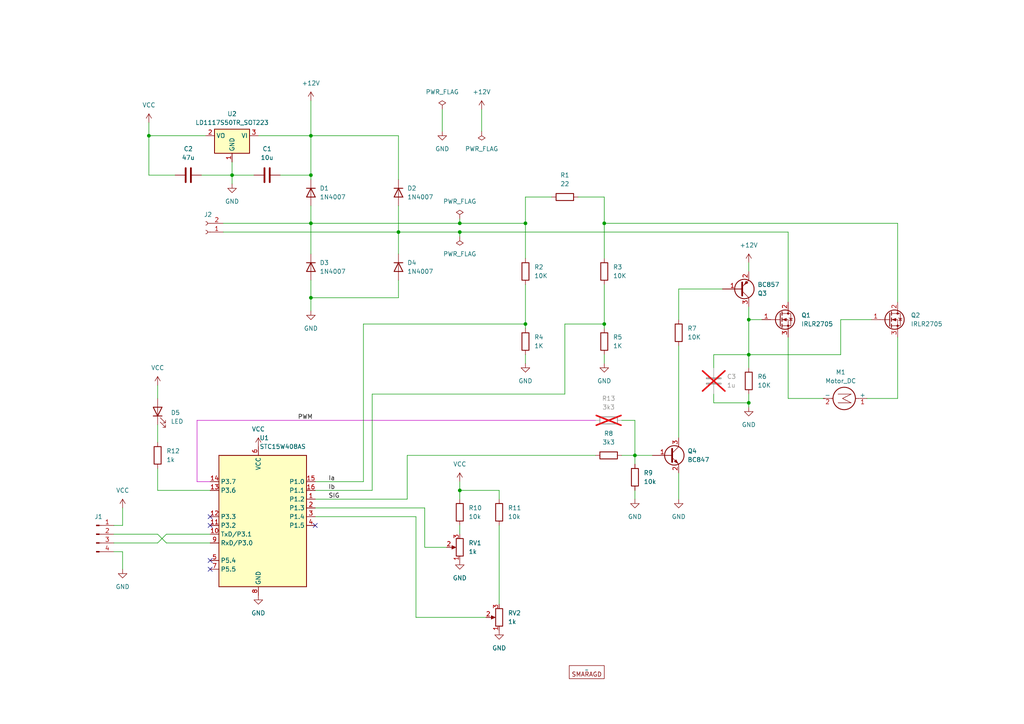
<source format=kicad_sch>
(kicad_sch (version 20230121) (generator eeschema)
  (paper "A4")
  (title_block (title "Flap current limiter") (date "2025-07-05") (rev "rev.1") (comment 1 "Bidirectional digital current limiter") (comment 5 "25487") (comment 6 "biFlap") (comment 7 "SERIES"))
  (lib_symbols
    (symbol "Connector:Conn_01x02_Socket" (pin_names (offset 1.016) hide)
      (property "Reference" "J" (at 0 2.54 0))
      (property "Value" "Conn_01x02_Socket" (at 0 -5.08 0))
      (symbol "Conn_01x02_Socket_1_1"
        (arc (start 0 -2.032) (mid -0.5058 -2.54) (end 0 -3.048) (stroke (width 0.1524)))
        (polyline (pts (xy -1.27 -2.54) (xy -0.508 -2.54)) (stroke (width 0.1524)))
        (polyline (pts (xy -1.27 0) (xy -0.508 0)) (stroke (width 0.1524)))
        (arc (start 0 0.508) (mid -0.5058 0) (end 0 -0.508) (stroke (width 0.1524)))
        (pin passive line (at -5.08 0 0) (length 3.81) (name "Pin_1") (number "1"))
        (pin passive line (at -5.08 -2.54 0) (length 3.81) (name "Pin_2") (number "2"))
      )
    )
    (symbol "Connector:Conn_01x04_Pin" (pin_names (offset 1.016) hide)
      (property "Reference" "J" (at 0 5.08 0))
      (property "Value" "Conn_01x04_Pin" (at 0 -7.62 0))
      (symbol "Conn_01x04_Pin_1_1"
        (polyline (pts (xy 1.27 -5.08) (xy 0.8636 -5.08)) (stroke (width 0.1524)))
        (polyline (pts (xy 1.27 -2.54) (xy 0.8636 -2.54)) (stroke (width 0.1524)))
        (polyline (pts (xy 1.27 0) (xy 0.8636 0)) (stroke (width 0.1524)))
        (polyline (pts (xy 1.27 2.54) (xy 0.8636 2.54)) (stroke (width 0.1524)))
        (rectangle (start 0.8636 -4.953) (end 0 -5.207) (stroke (width 0.1524)) (fill (type outline)))
        (rectangle (start 0.8636 -2.413) (end 0 -2.667) (stroke (width 0.1524)) (fill (type outline)))
        (rectangle (start 0.8636 0.127) (end 0 -0.127) (stroke (width 0.1524)) (fill (type outline)))
        (rectangle (start 0.8636 2.667) (end 0 2.413) (stroke (width 0.1524)) (fill (type outline)))
        (pin passive line (at 5.08 2.54 180) (length 3.81) (name "Pin_1") (number "1"))
        (pin passive line (at 5.08 0 180) (length 3.81) (name "Pin_2") (number "2"))
        (pin passive line (at 5.08 -2.54 180) (length 3.81) (name "Pin_3") (number "3"))
        (pin passive line (at 5.08 -5.08 180) (length 3.81) (name "Pin_4") (number "4"))
      )
    )
    (symbol "Device:C" (pin_numbers hide) (pin_names (offset 0.254))
      (property "Reference" "C" (at 0.635 2.54 0))
      (property "Value" "C" (at 0.635 -2.54 0))
      (symbol "C_0_1"
        (polyline (pts (xy -2.032 -0.762) (xy 2.032 -0.762)) (stroke (width 0.508)))
        (polyline (pts (xy -2.032 0.762) (xy 2.032 0.762)) (stroke (width 0.508)))
      )
      (symbol "C_1_1"
        (pin passive line (at 0 3.81 270) (length 2.794) (name "~") (number "1"))
        (pin passive line (at 0 -3.81 90) (length 2.794) (name "~") (number "2"))
      )
    )
    (symbol "Device:D" (pin_numbers hide) (pin_names (offset 1.016) hide)
      (property "Reference" "D" (at 0 2.54 0))
      (property "Value" "D" (at 0 -2.54 0))
      (symbol "D_0_1"
        (polyline (pts (xy -1.27 1.27) (xy -1.27 -1.27)) (stroke (width 0.254)))
        (polyline (pts (xy 1.27 0) (xy -1.27 0)))
        (polyline (pts (xy 1.27 1.27) (xy 1.27 -1.27) (xy -1.27 0) (xy 1.27 1.27)) (stroke (width 0.254)))
      )
      (symbol "D_1_1"
        (pin passive line (at -3.81 0 0) (length 2.54) (name "K") (number "1"))
        (pin passive line (at 3.81 0 180) (length 2.54) (name "A") (number "2"))
      )
    )
    (symbol "Device:LED" (pin_numbers hide) (pin_names (offset 1.016) hide)
      (property "Reference" "D" (at 0 2.54 0))
      (property "Value" "LED" (at 0 -2.54 0))
      (symbol "LED_0_1"
        (polyline (pts (xy -1.27 -1.27) (xy -1.27 1.27)) (stroke (width 0.254)))
        (polyline (pts (xy -1.27 0) (xy 1.27 0)))
        (polyline (pts (xy 1.27 -1.27) (xy 1.27 1.27) (xy -1.27 0) (xy 1.27 -1.27)) (stroke (width 0.254)))
        (polyline (pts (xy -3.048 -0.762) (xy -4.572 -2.286) (xy -3.81 -2.286) (xy -4.572 -2.286) (xy -4.572 -1.524)))
        (polyline (pts (xy -1.778 -0.762) (xy -3.302 -2.286) (xy -2.54 -2.286) (xy -3.302 -2.286) (xy -3.302 -1.524)))
      )
      (symbol "LED_1_1"
        (pin passive line (at -3.81 0 0) (length 2.54) (name "K") (number "1"))
        (pin passive line (at 3.81 0 180) (length 2.54) (name "A") (number "2"))
      )
    )
    (symbol "Device:Q_NMOS_GDS" (pin_names (offset 0) hide)
      (property "Reference" "Q" (at 5.08 1.27 0))
      (property "Value" "Q_NMOS_GDS" (at 5.08 -1.27 0))
      (symbol "Q_NMOS_GDS_0_1"
        (polyline (pts (xy 0.254 0) (xy -2.54 0)))
        (polyline (pts (xy 0.254 1.905) (xy 0.254 -1.905)) (stroke (width 0.254)))
        (polyline (pts (xy 0.762 -1.27) (xy 0.762 -2.286)) (stroke (width 0.254)))
        (polyline (pts (xy 0.762 0.508) (xy 0.762 -0.508)) (stroke (width 0.254)))
        (polyline (pts (xy 0.762 2.286) (xy 0.762 1.27)) (stroke (width 0.254)))
        (polyline (pts (xy 2.54 2.54) (xy 2.54 1.778)))
        (polyline (pts (xy 2.54 -2.54) (xy 2.54 0) (xy 0.762 0)))
        (polyline (pts (xy 0.762 -1.778) (xy 3.302 -1.778) (xy 3.302 1.778) (xy 0.762 1.778)))
        (polyline (pts (xy 1.016 0) (xy 2.032 0.381) (xy 2.032 -0.381) (xy 1.016 0)) (fill (type outline)))
        (polyline (pts (xy 2.794 0.508) (xy 2.921 0.381) (xy 3.683 0.381) (xy 3.81 0.254)))
        (polyline (pts (xy 3.302 0.381) (xy 2.921 -0.254) (xy 3.683 -0.254) (xy 3.302 0.381)))
        (circle (center 1.651 0) (radius 2.794) (stroke (width 0.254)))
        (circle (center 2.54 -1.778) (radius 0.254) (fill (type outline)))
        (circle (center 2.54 1.778) (radius 0.254) (fill (type outline)))
      )
      (symbol "Q_NMOS_GDS_1_1"
        (pin input line (at -5.08 0 0) (length 2.54) (name "G") (number "1"))
        (pin passive line (at 2.54 5.08 270) (length 2.54) (name "D") (number "2"))
        (pin passive line (at 2.54 -5.08 90) (length 2.54) (name "S") (number "3"))
      )
    )
    (symbol "Device:Q_NPN_BEC" (pin_names (offset 0) hide)
      (property "Reference" "Q" (at 5.08 1.27 0))
      (property "Value" "Q_NPN_BEC" (at 5.08 -1.27 0))
      (symbol "Q_NPN_BEC_0_1"
        (polyline (pts (xy 0.635 0.635) (xy 2.54 2.54)))
        (polyline (pts (xy 0.635 -0.635) (xy 2.54 -2.54) (xy 2.54 -2.54)))
        (polyline (pts (xy 0.635 1.905) (xy 0.635 -1.905) (xy 0.635 -1.905)) (stroke (width 0.508)))
        (polyline (pts (xy 1.27 -1.778) (xy 1.778 -1.27) (xy 2.286 -2.286) (xy 1.27 -1.778) (xy 1.27 -1.778)) (fill (type outline)))
        (circle (center 1.27 0) (radius 2.8194) (stroke (width 0.254)))
      )
      (symbol "Q_NPN_BEC_1_1"
        (pin input line (at -5.08 0 0) (length 5.715) (name "B") (number "1"))
        (pin passive line (at 2.54 -5.08 90) (length 2.54) (name "E") (number "2"))
        (pin passive line (at 2.54 5.08 270) (length 2.54) (name "C") (number "3"))
      )
    )
    (symbol "Device:Q_PNP_BEC" (pin_names (offset 0) hide)
      (property "Reference" "Q" (at 5.08 1.27 0))
      (property "Value" "Q_PNP_BEC" (at 5.08 -1.27 0))
      (symbol "Q_PNP_BEC_0_1"
        (polyline (pts (xy 0.635 0.635) (xy 2.54 2.54)))
        (polyline (pts (xy 0.635 -0.635) (xy 2.54 -2.54) (xy 2.54 -2.54)))
        (polyline (pts (xy 0.635 1.905) (xy 0.635 -1.905) (xy 0.635 -1.905)) (stroke (width 0.508)))
        (polyline (pts (xy 2.286 -1.778) (xy 1.778 -2.286) (xy 1.27 -1.27) (xy 2.286 -1.778) (xy 2.286 -1.778)) (fill (type outline)))
        (circle (center 1.27 0) (radius 2.8194) (stroke (width 0.254)))
      )
      (symbol "Q_PNP_BEC_1_1"
        (pin input line (at -5.08 0 0) (length 5.715) (name "B") (number "1"))
        (pin passive line (at 2.54 -5.08 90) (length 2.54) (name "E") (number "2"))
        (pin passive line (at 2.54 5.08 270) (length 2.54) (name "C") (number "3"))
      )
    )
    (symbol "Device:R" (pin_numbers hide) (pin_names (offset 0))
      (property "Reference" "R" (at 2.032 0 90))
      (property "Value" "R" (at 0 0 90))
      (symbol "R_0_1"
        (rectangle (start -1.016 -2.54) (end 1.016 2.54) (stroke (width 0.254)))
      )
      (symbol "R_1_1"
        (pin passive line (at 0 3.81 270) (length 1.27) (name "~") (number "1"))
        (pin passive line (at 0 -3.81 90) (length 1.27) (name "~") (number "2"))
      )
    )
    (symbol "Device:R_Potentiometer" (pin_names (offset 1.016) hide)
      (property "Reference" "RV" (at -4.445 0 90))
      (property "Value" "R_Potentiometer" (at -2.54 0 90))
      (symbol "R_Potentiometer_0_1"
        (polyline (pts (xy 2.54 0) (xy 1.524 0)))
        (polyline (pts (xy 1.143 0) (xy 2.286 0.508) (xy 2.286 -0.508) (xy 1.143 0)) (fill (type outline)))
        (rectangle (start 1.016 2.54) (end -1.016 -2.54) (stroke (width 0.254)))
      )
      (symbol "R_Potentiometer_1_1"
        (pin passive line (at 0 3.81 270) (length 1.27) (name "1") (number "1"))
        (pin passive line (at 3.81 0 180) (length 1.27) (name "2") (number "2"))
        (pin passive line (at 0 -3.81 90) (length 1.27) (name "3") (number "3"))
      )
    )
    (symbol "Motor:Motor_DC" (pin_names (offset 0))
      (property "Reference" "M" (at 2.54 2.54 0))
      (property "Value" "Motor_DC" (at 2.54 -5.08 0))
      (symbol "Motor_DC_0_0"
        (polyline (pts (xy -1.27 -3.302) (xy -1.27 0.508) (xy 0 -2.032) (xy 1.27 0.508) (xy 1.27 -3.302)))
      )
      (symbol "Motor_DC_0_1"
        (circle (center 0 -1.524) (radius 3.2512) (stroke (width 0.254)))
        (polyline (pts (xy 0 -7.62) (xy 0 -7.112)))
        (polyline (pts (xy 0 -4.7752) (xy 0 -5.1816)))
        (polyline (pts (xy 0 1.7272) (xy 0 2.0828)))
        (polyline (pts (xy 0 2.032) (xy 0 2.54)))
      )
      (symbol "Motor_DC_1_1"
        (pin passive line (at 0 5.08 270) (length 2.54) (name "+") (number "1"))
        (pin passive line (at 0 -7.62 90) (length 2.54) (name "-") (number "2"))
      )
    )
    (symbol "Regulator_Linear:LD1117S50TR_SOT223"
      (property "Reference" "U" (at -3.81 3.175 0))
      (property "Value" "LD1117S50TR_SOT223" (at 0 3.175 0))
      (symbol "LD1117S50TR_SOT223_0_1"
        (rectangle (start -5.08 -5.08) (end 5.08 1.905) (stroke (width 0.254)) (fill (type background)))
      )
      (symbol "LD1117S50TR_SOT223_1_1"
        (pin power_in line (at 0 -7.62 90) (length 2.54) (name "GND") (number "1"))
        (pin power_out line (at 7.62 0 180) (length 2.54) (name "VO") (number "2"))
        (pin power_in line (at -7.62 0 0) (length 2.54) (name "VI") (number "3"))
      )
    )
    (symbol "global:SMARAGD" (in_bom no)
      (symbol "SMARAGD_0_1"
        (rectangle (start -5.08 1.27) (end 5.08 -2.54))
      )
      (symbol "SMARAGD_1_1"
        (text "SMARAGD" (at 0 -1.27 0) (effects (font (size 1.27 1.27))))
      )
    )
    (symbol "global:STC15W408AS-sop16"
      (property "Reference" "U" (at -1.27 0 0))
      (symbol "STC15W408AS-sop16_0_1"
        (rectangle (start -13.97 30.48) (end 11.43 -7.62) (stroke (width 0.254)) (fill (type background)))
      )
      (symbol "STC15W408AS-sop16_1_1"
        (pin bidirectional line (at -16.51 17.78 0) (length 2.54) (name "P1.2") (number "1"))
        (pin bidirectional line (at 13.97 7.62 180) (length 2.54) (name "TxD/P3.1") (number "10"))
        (pin bidirectional line (at 13.97 10.16 180) (length 2.54) (name "P3.2") (number "11"))
        (pin bidirectional line (at 13.97 12.7 180) (length 2.54) (name "P3.3") (number "12"))
        (pin bidirectional line (at 13.97 20.32 180) (length 2.54) (name "P3.6") (number "13"))
        (pin bidirectional line (at 13.97 22.86 180) (length 2.54) (name "P3.7") (number "14"))
        (pin bidirectional line (at -16.51 22.86 0) (length 2.54) (name "P1.0") (number "15"))
        (pin bidirectional line (at -16.51 20.32 0) (length 2.54) (name "P1.1") (number "16"))
        (pin bidirectional line (at -16.51 15.24 0) (length 2.54) (name "P1.3") (number "2"))
        (pin bidirectional line (at -16.51 12.7 0) (length 2.54) (name "P1.4") (number "3"))
        (pin bidirectional line (at -16.51 10.16 0) (length 2.54) (name "P1.5") (number "4"))
        (pin bidirectional line (at 13.97 0 180) (length 2.54) (name "P5.4") (number "5"))
        (pin power_in line (at 0 33.02 270) (length 2.54) (name "VCC") (number "6"))
        (pin bidirectional line (at 13.97 -2.54 180) (length 2.54) (name "P5.5") (number "7"))
        (pin power_in line (at 0 -10.16 90) (length 2.54) (name "GND") (number "8"))
        (pin bidirectional line (at 13.97 5.08 180) (length 2.54) (name "RxD/P3.0") (number "9"))
      )
    )
    (symbol "power:+12V" (power) (pin_names (offset 0))
      (property "Value" "+12V" (at 0 3.556 0))
      (symbol "+12V_0_1"
        (polyline (pts (xy -0.762 1.27) (xy 0 2.54)))
        (polyline (pts (xy 0 0) (xy 0 2.54)))
        (polyline (pts (xy 0 2.54) (xy 0.762 1.27)))
      )
      (symbol "+12V_1_1"
        (pin power_in line (at 0 0 90) (length 0) hide (name "+12V") (number "1"))
      )
    )
    (symbol "power:GND" (power) (pin_names (offset 0))
      (property "Value" "GND" (at 0 -3.81 0))
      (symbol "GND_0_1"
        (polyline (pts (xy 0 0) (xy 0 -1.27) (xy 1.27 -1.27) (xy 0 -2.54) (xy -1.27 -1.27) (xy 0 -1.27)))
      )
      (symbol "GND_1_1"
        (pin power_in line (at 0 0 270) (length 0) hide (name "GND") (number "1"))
      )
    )
    (symbol "power:PWR_FLAG" (power) (pin_numbers hide) (pin_names (offset 0) hide)
      (property "Value" "PWR_FLAG" (at 0 3.81 0))
      (symbol "PWR_FLAG_0_0"
        (pin power_out line (at 0 0 90) (length 0) (name "pwr") (number "1"))
      )
      (symbol "PWR_FLAG_0_1"
        (polyline (pts (xy 0 0) (xy 0 1.27) (xy -1.016 1.905) (xy 0 2.54) (xy 1.016 1.905) (xy 0 1.27)))
      )
    )
    (symbol "power:VCC" (power) (pin_names (offset 0))
      (property "Value" "VCC" (at 0 3.81 0))
      (symbol "VCC_0_1"
        (polyline (pts (xy -0.762 1.27) (xy 0 2.54)))
        (polyline (pts (xy 0 0) (xy 0 2.54)))
        (polyline (pts (xy 0 2.54) (xy 0.762 1.27)))
      )
      (symbol "VCC_1_1"
        (pin power_in line (at 0 0 90) (length 0) hide (name "VCC") (number "1"))
      )
    )
  )
  (junction (at 217.17 116.84))
  (junction (at 152.4 93.98))
  (junction (at 90.17 86.36))
  (junction (at 175.26 64.77))
  (junction (at 133.35 64.77))
  (junction (at 133.35 142.24))
  (junction (at 90.17 50.8))
  (junction (at 184.15 132.08))
  (junction (at 217.17 102.87))
  (junction (at 90.17 64.77))
  (junction (at 67.31 50.8))
  (junction (at 175.26 93.98))
  (junction (at 133.35 67.31))
  (junction (at 43.18 39.37))
  (junction (at 115.57 67.31))
  (junction (at 217.17 92.71))
  (junction (at 152.4 64.77))
  (junction (at 90.17 39.37))
  (no_connect (at 60.96 149.86))
  (no_connect (at 91.44 152.4))
  (no_connect (at 60.96 165.1))
  (no_connect (at 60.96 162.56))
  (no_connect (at 60.96 152.4))
  (wire (pts (xy 243.84 92.71) (xy 243.84 102.87)))
  (wire (pts (xy 152.4 82.55) (xy 152.4 93.98)))
  (wire (pts (xy 251.46 115.57) (xy 260.35 115.57)))
  (wire (pts (xy 238.76 115.57) (xy 228.6 115.57)))
  (wire (pts (xy 207.01 102.87) (xy 217.17 102.87)))
  (wire (pts (xy 120.65 149.86) (xy 120.65 179.07)))
  (wire (pts (xy 152.4 93.98) (xy 152.4 95.25)))
  (wire (pts (xy 243.84 102.87) (xy 217.17 102.87)))
  (wire (pts (xy 260.35 87.63) (xy 260.35 64.77)))
  (wire (pts (xy 105.41 93.98) (xy 152.4 93.98)))
  (wire (pts (xy 196.85 100.33) (xy 196.85 127)))
  (wire (pts (xy 175.26 102.87) (xy 175.26 105.41)))
  (wire (pts (xy 167.64 57.15) (xy 175.26 57.15)))
  (wire (pts (xy 91.44 139.7) (xy 105.41 139.7)))
  (wire (pts (xy 67.31 46.99) (xy 67.31 50.8)))
  (wire (pts (xy 207.01 114.3) (xy 207.01 116.84)))
  (wire (pts (xy 45.72 123.19) (xy 45.72 128.27)))
  (wire (pts (xy 115.57 59.69) (xy 115.57 67.31)))
  (wire (pts (xy 118.11 144.78) (xy 91.44 144.78)))
  (wire (pts (xy 120.65 179.07) (xy 140.97 179.07)))
  (wire (pts (xy 133.35 152.4) (xy 133.35 154.94)))
  (wire (pts (xy 57.15 139.7) (xy 60.96 139.7)) (stroke (width 0) (color 194 0 194 1)))
  (wire (pts (xy 152.4 57.15) (xy 160.02 57.15)))
  (wire (pts (xy 207.01 116.84) (xy 217.17 116.84)))
  (wire (pts (xy 118.11 132.08) (xy 118.11 144.78)))
  (wire (pts (xy 43.18 39.37) (xy 43.18 50.8)))
  (wire (pts (xy 33.02 157.48) (xy 45.72 157.48)))
  (wire (pts (xy 180.34 121.92) (xy 184.15 121.92)))
  (wire (pts (xy 175.26 64.77) (xy 175.26 57.15)))
  (wire (pts (xy 217.17 92.71) (xy 220.98 92.71)))
  (wire (pts (xy 128.27 31.75) (xy 128.27 38.1)))
  (wire (pts (xy 144.78 142.24) (xy 133.35 142.24)))
  (wire (pts (xy 115.57 39.37) (xy 115.57 52.07)))
  (wire (pts (xy 90.17 86.36) (xy 115.57 86.36)))
  (wire (pts (xy 152.4 64.77) (xy 152.4 57.15)))
  (wire (pts (xy 152.4 102.87) (xy 152.4 105.41)))
  (wire (pts (xy 133.35 139.7) (xy 133.35 142.24)))
  (wire (pts (xy 73.66 50.8) (xy 67.31 50.8)))
  (wire (pts (xy 129.54 158.75) (xy 123.19 158.75)))
  (wire (pts (xy 133.35 64.77) (xy 152.4 64.77)))
  (wire (pts (xy 90.17 59.69) (xy 90.17 64.77)))
  (wire (pts (xy 115.57 67.31) (xy 115.57 73.66)))
  (wire (pts (xy 64.77 64.77) (xy 90.17 64.77)))
  (wire (pts (xy 217.17 114.3) (xy 217.17 116.84)))
  (wire (pts (xy 43.18 35.56) (xy 43.18 39.37)))
  (wire (pts (xy 196.85 83.82) (xy 196.85 92.71)))
  (wire (pts (xy 133.35 67.31) (xy 228.6 67.31)))
  (wire (pts (xy 196.85 83.82) (xy 209.55 83.82)))
  (wire (pts (xy 90.17 39.37) (xy 90.17 50.8)))
  (wire (pts (xy 144.78 152.4) (xy 144.78 175.26)))
  (wire (pts (xy 184.15 132.08) (xy 184.15 134.62)))
  (wire (pts (xy 175.26 64.77) (xy 260.35 64.77)))
  (wire (pts (xy 90.17 29.21) (xy 90.17 39.37)))
  (wire (pts (xy 67.31 50.8) (xy 67.31 53.34)))
  (wire (pts (xy 67.31 50.8) (xy 58.42 50.8)))
  (wire (pts (xy 35.56 152.4) (xy 35.56 147.32)))
  (wire (pts (xy 217.17 116.84) (xy 217.17 118.11)))
  (wire (pts (xy 107.95 114.3) (xy 163.83 114.3)))
  (wire (pts (xy 33.02 154.94) (xy 45.72 154.94)))
  (wire (pts (xy 57.15 121.92) (xy 172.72 121.92)) (stroke (width 0) (color 194 0 194 1)))
  (wire (pts (xy 180.34 132.08) (xy 184.15 132.08)))
  (wire (pts (xy 90.17 64.77) (xy 90.17 73.66)))
  (wire (pts (xy 123.19 147.32) (xy 91.44 147.32)))
  (wire (pts (xy 57.15 121.92) (xy 57.15 139.7)) (stroke (width 0) (color 194 0 194 1)))
  (wire (pts (xy 207.01 106.68) (xy 207.01 102.87)))
  (wire (pts (xy 228.6 115.57) (xy 228.6 97.79)))
  (wire (pts (xy 196.85 137.16) (xy 196.85 144.78)))
  (wire (pts (xy 184.15 132.08) (xy 189.23 132.08)))
  (wire (pts (xy 123.19 158.75) (xy 123.19 147.32)))
  (wire (pts (xy 33.02 160.02) (xy 35.56 160.02)))
  (wire (pts (xy 90.17 64.77) (xy 133.35 64.77)))
  (wire (pts (xy 175.26 93.98) (xy 175.26 95.25)))
  (wire (pts (xy 217.17 88.9) (xy 217.17 92.71)))
  (wire (pts (xy 184.15 142.24) (xy 184.15 144.78)))
  (wire (pts (xy 133.35 142.24) (xy 133.35 144.78)))
  (wire (pts (xy 48.26 154.94) (xy 60.96 154.94)))
  (wire (pts (xy 45.72 142.24) (xy 60.96 142.24)))
  (wire (pts (xy 74.93 39.37) (xy 90.17 39.37)))
  (wire (pts (xy 217.17 76.2) (xy 217.17 78.74)))
  (wire (pts (xy 90.17 52.07) (xy 90.17 50.8)))
  (wire (pts (xy 64.77 67.31) (xy 115.57 67.31)))
  (wire (pts (xy 133.35 64.77) (xy 133.35 63.5)))
  (wire (pts (xy 118.11 132.08) (xy 172.72 132.08)))
  (wire (pts (xy 35.56 160.02) (xy 35.56 165.1)))
  (wire (pts (xy 107.95 114.3) (xy 107.95 142.24)))
  (wire (pts (xy 60.96 157.48) (xy 48.26 157.48)))
  (wire (pts (xy 228.6 87.63) (xy 228.6 67.31)))
  (wire (pts (xy 115.57 81.28) (xy 115.57 86.36)))
  (wire (pts (xy 163.83 93.98) (xy 163.83 114.3)))
  (wire (pts (xy 90.17 39.37) (xy 115.57 39.37)))
  (wire (pts (xy 175.26 82.55) (xy 175.26 93.98)))
  (wire (pts (xy 45.72 135.89) (xy 45.72 142.24)))
  (wire (pts (xy 43.18 39.37) (xy 59.69 39.37)))
  (wire (pts (xy 139.7 31.75) (xy 139.7 38.1)))
  (wire (pts (xy 133.35 68.58) (xy 133.35 67.31)))
  (wire (pts (xy 184.15 121.92) (xy 184.15 132.08)))
  (wire (pts (xy 45.72 157.48) (xy 48.26 154.94)))
  (wire (pts (xy 33.02 152.4) (xy 35.56 152.4)))
  (wire (pts (xy 152.4 64.77) (xy 152.4 74.93)))
  (wire (pts (xy 144.78 144.78) (xy 144.78 142.24)))
  (wire (pts (xy 81.28 50.8) (xy 90.17 50.8)))
  (wire (pts (xy 90.17 86.36) (xy 90.17 81.28)))
  (wire (pts (xy 91.44 149.86) (xy 120.65 149.86)))
  (wire (pts (xy 217.17 102.87) (xy 217.17 92.71)))
  (wire (pts (xy 43.18 50.8) (xy 50.8 50.8)))
  (wire (pts (xy 107.95 142.24) (xy 91.44 142.24)))
  (wire (pts (xy 243.84 92.71) (xy 252.73 92.71)))
  (wire (pts (xy 175.26 64.77) (xy 175.26 74.93)))
  (wire (pts (xy 115.57 67.31) (xy 133.35 67.31)))
  (wire (pts (xy 45.72 111.76) (xy 45.72 115.57)))
  (wire (pts (xy 260.35 115.57) (xy 260.35 97.79)))
  (wire (pts (xy 163.83 93.98) (xy 175.26 93.98)))
  (wire (pts (xy 48.26 157.48) (xy 45.72 154.94)))
  (wire (pts (xy 90.17 90.17) (xy 90.17 86.36)))
  (wire (pts (xy 217.17 102.87) (xy 217.17 106.68)))
  (wire (pts (xy 105.41 139.7) (xy 105.41 93.98)))
  (label "SIG" (at 95.25 144.78 0))
  (label "Ib" (at 95.25 142.24 0))
  (label "Ia" (at 95.25 139.7 0))
  (label "PWM" (at 86.36 121.92 0))
  (symbol (lib_id "Device:Q_PNP_BEC") (at 214.63 83.82 0) (mirror x) (unit 1)
    (property "Reference" "Q3" (at 219.71 85.09 0) (effects (justify left)))
    (property "Value" "BC857" (at 219.71 82.55 0) (effects (justify left)))
    (property "Footprint" "Package_TO_SOT_SMD:SOT-23-3" (effects hide))
  )
  (symbol (lib_id "power:GND") (at 90.17 90.17 0) (unit 1)
    (property "Reference" "#PWR01" (effects hide))
    (property "Value" "GND" (at 90.17 95.25 0))
  )
  (symbol (lib_id "Connector:Conn_01x02_Socket") (at 59.69 67.31 180) (unit 1)
    (property "Reference" "J2" (at 60.325 62.23 0))
    (property "Value" "Conn_01x02_Socket" (effects hide))
    (property "Footprint" "TerminalBlock:TerminalBlock_bornier-2_P5.08mm" (effects hide))
  )
  (symbol (lib_id "Device:R") (at 175.26 78.74 0) (unit 1)
    (property "Reference" "R3" (at 177.8 77.47 0) (effects (justify left)))
    (property "Value" "10K" (at 177.8 80.01 0) (effects (justify left)))
    (property "Footprint" "Resistor_SMD:R_0805_2012Metric" (effects hide))
  )
  (symbol (lib_id "Device:R") (at 176.53 121.92 90) (unit 1) (dnp yes)
    (property "Reference" "R13" (at 176.53 115.57 90))
    (property "Value" "3k3" (at 176.53 118.11 90))
    (property "Footprint" "Resistor_SMD:R_0805_2012Metric" (effects hide))
    (property "Sim.Enable" "0" (effects hide))
  )
  (symbol (lib_id "power:VCC") (at 45.72 111.76 0) (unit 1)
    (property "Reference" "#PWR015" (effects hide))
    (property "Value" "VCC" (at 45.72 106.68 0))
  )
  (symbol (lib_id "power:GND") (at 74.93 172.72 0) (unit 1)
    (property "Reference" "#PWR016" (effects hide))
    (property "Value" "GND" (at 74.93 177.8 0))
  )
  (symbol (lib_id "Device:R") (at 176.53 132.08 90) (unit 1)
    (property "Reference" "R8" (at 176.53 125.73 90))
    (property "Value" "3k3" (at 176.53 128.27 90))
    (property "Footprint" "Resistor_SMD:R_0805_2012Metric" (effects hide))
  )
  (symbol (lib_id "Device:R") (at 45.72 132.08 0) (unit 1)
    (property "Reference" "R12" (at 48.26 130.81 0) (effects (justify left)))
    (property "Value" "1k" (at 48.26 133.35 0) (effects (justify left)))
    (property "Footprint" "Resistor_SMD:R_0805_2012Metric" (effects hide))
    (property "Sim.Enable" "0" (effects hide))
  )
  (symbol (lib_id "Device:LED") (at 45.72 119.38 90) (unit 1)
    (property "Reference" "D5" (at 49.53 119.6975 90) (effects (justify right)))
    (property "Value" "LED" (at 49.53 122.2375 90) (effects (justify right)))
    (property "Footprint" "LED_SMD:LED_0805_2012Metric" (effects hide))
    (property "Sim.Enable" "0" (effects hide))
  )
  (symbol (lib_id "power:GND") (at 35.56 165.1 0) (unit 1)
    (property "Reference" "#PWR017" (effects hide))
    (property "Value" "GND" (at 35.56 170.18 0))
  )
  (symbol (lib_id "Device:R") (at 152.4 78.74 0) (unit 1)
    (property "Reference" "R2" (at 154.94 77.47 0) (effects (justify left)))
    (property "Value" "10K" (at 154.94 80.01 0) (effects (justify left)))
    (property "Footprint" "Resistor_SMD:R_0805_2012Metric" (effects hide))
  )
  (symbol (lib_id "power:VCC") (at 133.35 139.7 0) (unit 1)
    (property "Reference" "#PWR014" (effects hide))
    (property "Value" "VCC" (at 133.35 134.62 0))
  )
  (symbol (lib_id "power:GND") (at 128.27 38.1 0) (unit 1)
    (property "Reference" "#PWR09" (effects hide))
    (property "Value" "GND" (at 128.27 43.18 0))
  )
  (symbol (lib_id "power:+12V") (at 217.17 76.2 0) (unit 1)
    (property "Reference" "#PWR05" (effects hide))
    (property "Value" "+12V" (at 217.17 71.12 0))
  )
  (symbol (lib_id "Device:R") (at 184.15 138.43 0) (unit 1)
    (property "Reference" "R9" (at 186.69 137.16 0) (effects (justify left)))
    (property "Value" "10k" (at 186.69 139.7 0) (effects (justify left)))
    (property "Footprint" "Resistor_SMD:R_0805_2012Metric" (effects hide))
  )
  (symbol (lib_id "power:PWR_FLAG") (at 133.35 68.58 180) (unit 1)
    (property "Reference" "#FLG02" (effects hide))
    (property "Value" "PWR_FLAG" (at 133.35 73.66 0))
  )
  (symbol (lib_id "Device:D") (at 115.57 77.47 270) (unit 1)
    (property "Reference" "D4" (at 118.11 76.2 90) (effects (justify left)))
    (property "Value" "1N4007" (at 118.11 78.74 90) (effects (justify left)))
    (property "Footprint" "Diode_SMD:D_SOD-323" (effects hide))
    (property "Sim.Device" "D" (effects hide))
    (property "Sim.Pins" "1=K 2=A" (effects hide))
  )
  (symbol (lib_id "Motor:Motor_DC") (at 246.38 115.57 270) (unit 1)
    (property "Reference" "M1" (at 243.84 107.95 90))
    (property "Value" "Motor_DC" (at 243.84 110.49 90))
    (property "Footprint" "TerminalBlock:TerminalBlock_bornier-2_P5.08mm" (effects hide))
  )
  (symbol (lib_id "Device:R_Potentiometer") (at 133.35 158.75 180) (unit 1)
    (property "Reference" "RV1" (at 135.89 157.48 0) (effects (justify right)))
    (property "Value" "1k" (at 135.89 160.02 0) (effects (justify right)))
    (property "Footprint" "Potentiometer_SMD:Potentiometer_Bourns_3314J_Vertical" (effects hide))
    (property "Sim.Enable" "0" (effects hide))
  )
  (symbol (lib_id "Device:D") (at 115.57 55.88 270) (unit 1)
    (property "Reference" "D2" (at 118.11 54.61 90) (effects (justify left)))
    (property "Value" "1N4007" (at 118.11 57.15 90) (effects (justify left)))
    (property "Footprint" "Diode_SMD:D_SOD-323" (effects hide))
    (property "Sim.Device" "D" (effects hide))
    (property "Sim.Pins" "1=K 2=A" (effects hide))
  )
  (symbol (lib_id "Device:R") (at 217.17 110.49 0) (unit 1)
    (property "Reference" "R6" (at 219.71 109.22 0) (effects (justify left)))
    (property "Value" "10K" (at 219.71 111.76 0) (effects (justify left)))
    (property "Footprint" "Resistor_SMD:R_0805_2012Metric" (effects hide))
  )
  (symbol (lib_id "power:GND") (at 175.26 105.41 0) (unit 1)
    (property "Reference" "#PWR08" (effects hide))
    (property "Value" "GND" (at 175.26 110.49 0))
  )
  (symbol (lib_id "Device:Q_NMOS_GDS") (at 226.06 92.71 0) (unit 1)
    (property "Reference" "Q1" (at 232.41 91.44 0) (effects (justify left)))
    (property "Value" "IRLR2705" (at 232.41 93.98 0) (effects (justify left)))
    (property "Footprint" "Package_TO_SOT_SMD:TO-252-2" (effects hide))
  )
  (symbol (lib_id "power:GND") (at 133.35 162.56 0) (unit 1)
    (property "Reference" "#PWR011" (effects hide))
    (property "Value" "GND" (at 133.35 167.64 0))
  )
  (symbol (lib_id "power:GND") (at 217.17 118.11 0) (unit 1)
    (property "Reference" "#PWR04" (effects hide))
    (property "Value" "GND" (at 217.17 123.19 0))
  )
  (symbol (lib_id "Device:R_Potentiometer") (at 144.78 179.07 180) (unit 1)
    (property "Reference" "RV2" (at 147.32 177.8 0) (effects (justify right)))
    (property "Value" "1k" (at 147.32 180.34 0) (effects (justify right)))
    (property "Footprint" "Potentiometer_SMD:Potentiometer_Bourns_3314J_Vertical" (effects hide))
    (property "Sim.Enable" "0" (effects hide))
  )
  (symbol (lib_id "Regulator_Linear:LD1117S50TR_SOT223") (at 67.31 39.37 0) (mirror y) (unit 1)
    (property "Reference" "U2" (at 67.31 33.02 0))
    (property "Value" "LD1117S50TR_SOT223" (at 67.31 35.56 0))
    (property "Footprint" "Package_TO_SOT_SMD:SOT-223-3_TabPin2" (effects hide))
    (property "Datasheet" "http://www.st.com/st-web-ui/static/active/en/resource/technical/document/datasheet/CD00000544.pdf" (effects hide))
    (property "Sim.Enable" "0" (effects hide))
  )
  (symbol (lib_id "Device:R") (at 175.26 99.06 0) (unit 1)
    (property "Reference" "R5" (at 177.8 97.79 0) (effects (justify left)))
    (property "Value" "1K" (at 177.8 100.33 0) (effects (justify left)))
    (property "Footprint" "Resistor_SMD:R_0805_2012Metric" (effects hide))
  )
  (symbol (lib_id "power:PWR_FLAG") (at 139.7 38.1 180) (unit 1)
    (property "Reference" "#FLG03" (effects hide))
    (property "Value" "PWR_FLAG" (at 139.7 43.18 0))
  )
  (symbol (lib_id "power:VCC") (at 35.56 147.32 0) (unit 1)
    (property "Reference" "#PWR018" (effects hide))
    (property "Value" "VCC" (at 35.56 142.24 0))
  )
  (symbol (lib_id "power:GND") (at 67.31 53.34 0) (mirror y) (unit 1)
    (property "Reference" "#PWR010" (effects hide))
    (property "Value" "GND" (at 67.31 58.42 0))
  )
  (symbol (lib_id "global:STC15W408AS-sop16") (at 74.93 162.56 0) (mirror y) (unit 1)
    (property "Reference" "U1" (at 75.2759 127 0) (effects (justify right)))
    (property "Value" "STC15W408AS" (at 75.2759 129.54 0) (effects (justify right)))
    (property "Footprint" "Package_SO:SOP-16_4.4x10.4mm_P1.27mm" (effects hide))
    (property "Sim.Enable" "0" (effects hide))
  )
  (symbol (lib_id "Device:C") (at 77.47 50.8 90) (unit 1)
    (property "Reference" "C1" (at 77.47 43.18 90))
    (property "Value" "10u" (at 77.47 45.72 90))
    (property "Footprint" "Capacitor_SMD:C_0805_2012Metric" (effects hide))
    (property "Sim.Enable" "0" (effects hide))
  )
  (symbol (lib_id "power:GND") (at 196.85 144.78 0) (unit 1)
    (property "Reference" "#PWR06" (effects hide))
    (property "Value" "GND" (at 196.85 149.86 0))
  )
  (symbol (lib_id "power:VCC") (at 74.93 129.54 0) (unit 1)
    (property "Reference" "#PWR019" (effects hide))
    (property "Value" "VCC" (at 74.93 124.46 0))
  )
  (symbol (lib_id "power:PWR_FLAG") (at 133.35 63.5 0) (unit 1)
    (property "Reference" "#FLG01" (effects hide))
    (property "Value" "PWR_FLAG" (at 133.35 58.42 0))
  )
  (symbol (lib_id "power:VCC") (at 43.18 35.56 0) (mirror y) (unit 1)
    (property "Reference" "#PWR013" (effects hide))
    (property "Value" "VCC" (at 43.18 30.48 0))
  )
  (symbol (lib_id "power:+12V") (at 90.17 29.21 0) (unit 1)
    (property "Reference" "#PWR02" (effects hide))
    (property "Value" "+12V" (at 90.17 24.13 0))
  )
  (symbol (lib_id "Device:R") (at 163.83 57.15 90) (unit 1)
    (property "Reference" "R1" (at 163.83 50.8 90))
    (property "Value" "22" (at 163.83 53.34 90))
    (property "Footprint" "Resistor_SMD:R_1206_3216Metric" (effects hide))
  )
  (symbol (lib_id "Device:D") (at 90.17 77.47 270) (unit 1)
    (property "Reference" "D3" (at 92.71 76.2 90) (effects (justify left)))
    (property "Value" "1N4007" (at 92.71 78.74 90) (effects (justify left)))
    (property "Footprint" "Diode_SMD:D_SOD-323" (effects hide))
    (property "Sim.Device" "D" (effects hide))
    (property "Sim.Pins" "1=K 2=A" (effects hide))
  )
  (symbol (lib_id "power:GND") (at 184.15 144.78 0) (unit 1)
    (property "Reference" "#PWR07" (effects hide))
    (property "Value" "GND" (at 184.15 149.86 0))
  )
  (symbol (lib_id "Connector:Conn_01x04_Pin") (at 27.94 154.94 0) (unit 1)
    (property "Reference" "J1" (at 28.575 149.86 0))
    (property "Value" "Conn_01x04_Pin" (effects hide))
    (property "Footprint" "Connector_PinHeader_2.54mm:PinHeader_1x04_P2.54mm_Vertical" (effects hide))
    (property "Sim.Enable" "0" (effects hide))
  )
  (symbol (lib_id "Device:R") (at 196.85 96.52 0) (unit 1)
    (property "Reference" "R7" (at 199.39 95.25 0) (effects (justify left)))
    (property "Value" "10K" (at 199.39 97.79 0) (effects (justify left)))
    (property "Footprint" "Resistor_SMD:R_0805_2012Metric" (effects hide))
  )
  (symbol (lib_id "power:GND") (at 152.4 105.41 0) (unit 1)
    (property "Reference" "#PWR03" (effects hide))
    (property "Value" "GND" (at 152.4 110.49 0))
  )
  (symbol (lib_id "power:+12V") (at 139.7 31.75 0) (unit 1)
    (property "Reference" "#PWR020" (effects hide))
    (property "Value" "+12V" (at 139.7 26.67 0))
  )
  (symbol (lib_id "Device:R") (at 144.78 148.59 0) (unit 1)
    (property "Reference" "R11" (at 147.32 147.32 0) (effects (justify left)))
    (property "Value" "10k" (at 147.32 149.86 0) (effects (justify left)))
    (property "Footprint" "Resistor_SMD:R_0805_2012Metric" (effects hide))
    (property "Sim.Enable" "0" (effects hide))
  )
  (symbol (lib_id "Device:Q_NMOS_GDS") (at 257.81 92.71 0) (unit 1)
    (property "Reference" "Q2" (at 264.16 91.44 0) (effects (justify left)))
    (property "Value" "IRLR2705" (at 264.16 93.98 0) (effects (justify left)))
    (property "Footprint" "Package_TO_SOT_SMD:TO-252-2" (effects hide))
  )
  (symbol (lib_id "Device:C") (at 207.01 110.49 180) (unit 1) (dnp yes)
    (property "Reference" "C3" (at 210.82 109.22 0) (effects (justify right)))
    (property "Value" "1u" (at 210.82 111.76 0) (effects (justify right)))
    (property "Footprint" "Capacitor_SMD:C_0805_2012Metric" (effects hide))
    (property "Sim.Enable" "0" (effects hide))
  )
  (symbol (lib_id "power:PWR_FLAG") (at 128.27 31.75 0) (unit 1)
    (property "Reference" "#FLG04" (effects hide))
    (property "Value" "PWR_FLAG" (at 128.27 26.67 0))
  )
  (symbol (lib_id "Device:D") (at 90.17 55.88 270) (unit 1)
    (property "Reference" "D1" (at 92.71 54.61 90) (effects (justify left)))
    (property "Value" "1N4007" (at 92.71 57.15 90) (effects (justify left)))
    (property "Footprint" "Diode_SMD:D_SOD-323" (effects hide))
    (property "Sim.Device" "D" (effects hide))
    (property "Sim.Pins" "1=K 2=A" (effects hide))
  )
  (symbol (lib_id "Device:R") (at 152.4 99.06 0) (unit 1)
    (property "Reference" "R4" (at 154.94 97.79 0) (effects (justify left)))
    (property "Value" "1K" (at 154.94 100.33 0) (effects (justify left)))
    (property "Footprint" "Resistor_SMD:R_0805_2012Metric" (effects hide))
  )
  (symbol (lib_id "Device:C") (at 54.61 50.8 90) (unit 1)
    (property "Reference" "C2" (at 54.61 43.18 90))
    (property "Value" "47u" (at 54.61 45.72 90))
    (property "Footprint" "Capacitor_SMD:C_0805_2012Metric" (effects hide))
    (property "Sim.Enable" "0" (effects hide))
  )
  (symbol (lib_id "power:GND") (at 144.78 182.88 0) (unit 1)
    (property "Reference" "#PWR012" (effects hide))
    (property "Value" "GND" (at 144.78 187.96 0))
  )
  (symbol (lib_id "Device:Q_NPN_BEC") (at 194.31 132.08 0) (unit 1)
    (property "Reference" "Q4" (at 199.39 130.81 0) (effects (justify left)))
    (property "Value" "BC847" (at 199.39 133.35 0) (effects (justify left)))
    (property "Footprint" "Package_TO_SOT_SMD:SOT-23-3" (effects hide))
  )
  (symbol (lib_id "Device:R") (at 133.35 148.59 0) (unit 1)
    (property "Reference" "R10" (at 135.89 147.32 0) (effects (justify left)))
    (property "Value" "10k" (at 135.89 149.86 0) (effects (justify left)))
    (property "Footprint" "Resistor_SMD:R_0805_2012Metric" (effects hide))
    (property "Sim.Enable" "0" (effects hide))
  )
  (symbol (lib_id "global:SMARAGD") (at 170.18 194.31 0) (unit 1) (in_bom no)
    (property "Reference" "SMARAGD1" (effects hide))
    (property "Value" "~" (at 170.18 194.31 0))
    (property "Footprint" "global:SMARAGD_S" (effects hide))
    (property "Sim.Enable" "0" (effects hide))
  )
)
</source>
